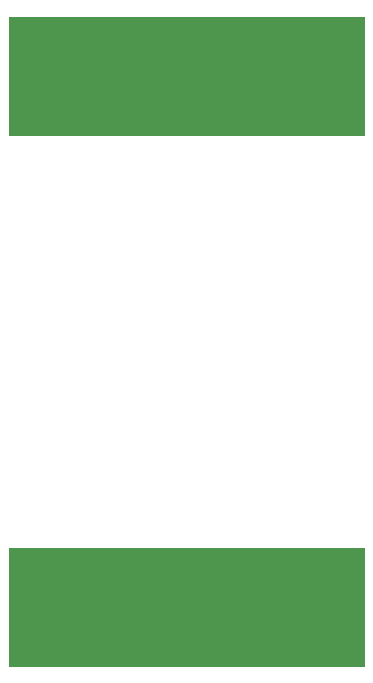
<source format=gbr>
G04 #@! TF.GenerationSoftware,KiCad,Pcbnew,5.1.2-1.fc30*
G04 #@! TF.CreationDate,2019-06-07T11:55:58+09:00*
G04 #@! TF.ProjectId,ltc6268_tia,6c746336-3236-4385-9f74-69612e6b6963,rev?*
G04 #@! TF.SameCoordinates,Original*
G04 #@! TF.FileFunction,Legend,Bot*
G04 #@! TF.FilePolarity,Positive*
%FSLAX46Y46*%
G04 Gerber Fmt 4.6, Leading zero omitted, Abs format (unit mm)*
G04 Created by KiCad (PCBNEW 5.1.2-1.fc30) date 2019-06-07 11:55:58*
%MOMM*%
%LPD*%
G04 APERTURE LIST*
%ADD10C,0.100000*%
G04 APERTURE END LIST*
D10*
G36*
X100000000Y-80000000D02*
G01*
X70000000Y-80000000D01*
X70000000Y-70000000D01*
X100000000Y-70000000D01*
X100000000Y-80000000D01*
G37*
X100000000Y-80000000D02*
X70000000Y-80000000D01*
X70000000Y-70000000D01*
X100000000Y-70000000D01*
X100000000Y-80000000D01*
G36*
X100000000Y-35000000D02*
G01*
X70000000Y-35000000D01*
X70000000Y-25000000D01*
X100000000Y-25000000D01*
X100000000Y-35000000D01*
G37*
X100000000Y-35000000D02*
X70000000Y-35000000D01*
X70000000Y-25000000D01*
X100000000Y-25000000D01*
X100000000Y-35000000D01*
M02*

</source>
